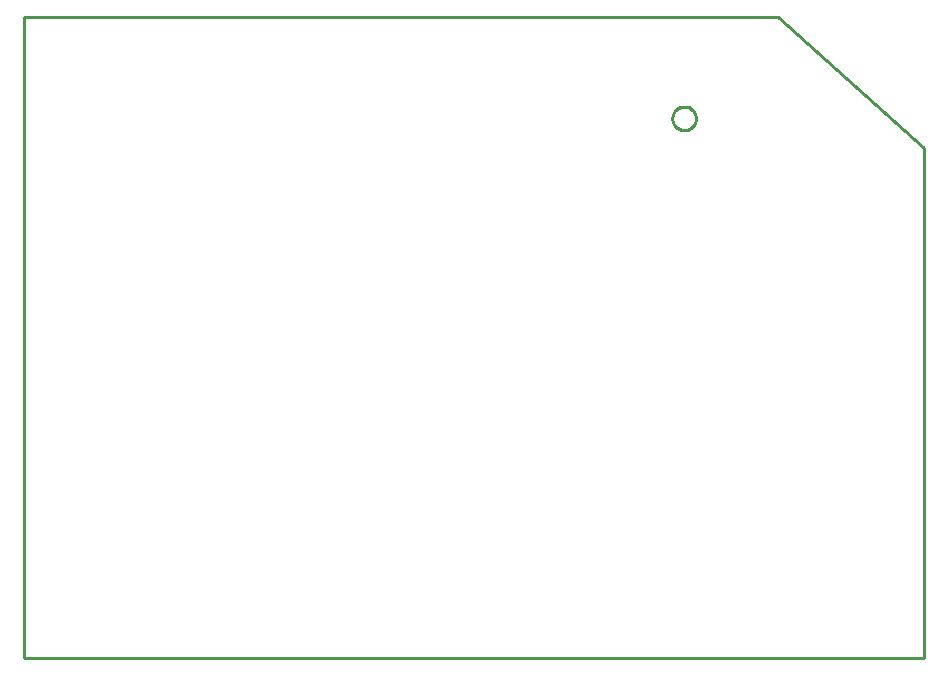
<source format=gbr>
G04 EAGLE Gerber RS-274X export*
G75*
%MOMM*%
%FSLAX34Y34*%
%LPD*%
%IN*%
%IPPOS*%
%AMOC8*
5,1,8,0,0,1.08239X$1,22.5*%
G01*
%ADD10C,0.254000*%


D10*
X0Y0D02*
X761800Y0D01*
X761800Y432000D01*
X638300Y542800D01*
X0Y542800D01*
X0Y0D01*
X568800Y456763D02*
X568724Y455894D01*
X568572Y455034D01*
X568346Y454190D01*
X568048Y453370D01*
X567679Y452578D01*
X567242Y451822D01*
X566741Y451107D01*
X566180Y450438D01*
X565562Y449820D01*
X564893Y449259D01*
X564178Y448758D01*
X563422Y448321D01*
X562630Y447952D01*
X561810Y447654D01*
X560966Y447428D01*
X560107Y447276D01*
X559237Y447200D01*
X558363Y447200D01*
X557494Y447276D01*
X556634Y447428D01*
X555790Y447654D01*
X554970Y447952D01*
X554178Y448321D01*
X553422Y448758D01*
X552707Y449259D01*
X552038Y449820D01*
X551420Y450438D01*
X550859Y451107D01*
X550358Y451822D01*
X549921Y452578D01*
X549552Y453370D01*
X549254Y454190D01*
X549028Y455034D01*
X548876Y455894D01*
X548800Y456763D01*
X548800Y457637D01*
X548876Y458507D01*
X549028Y459366D01*
X549254Y460210D01*
X549552Y461030D01*
X549921Y461822D01*
X550358Y462578D01*
X550859Y463293D01*
X551420Y463962D01*
X552038Y464580D01*
X552707Y465141D01*
X553422Y465642D01*
X554178Y466079D01*
X554970Y466448D01*
X555790Y466746D01*
X556634Y466972D01*
X557494Y467124D01*
X558363Y467200D01*
X559237Y467200D01*
X560107Y467124D01*
X560966Y466972D01*
X561810Y466746D01*
X562630Y466448D01*
X563422Y466079D01*
X564178Y465642D01*
X564893Y465141D01*
X565562Y464580D01*
X566180Y463962D01*
X566741Y463293D01*
X567242Y462578D01*
X567679Y461822D01*
X568048Y461030D01*
X568346Y460210D01*
X568572Y459366D01*
X568724Y458507D01*
X568800Y457637D01*
X568800Y456763D01*
M02*

</source>
